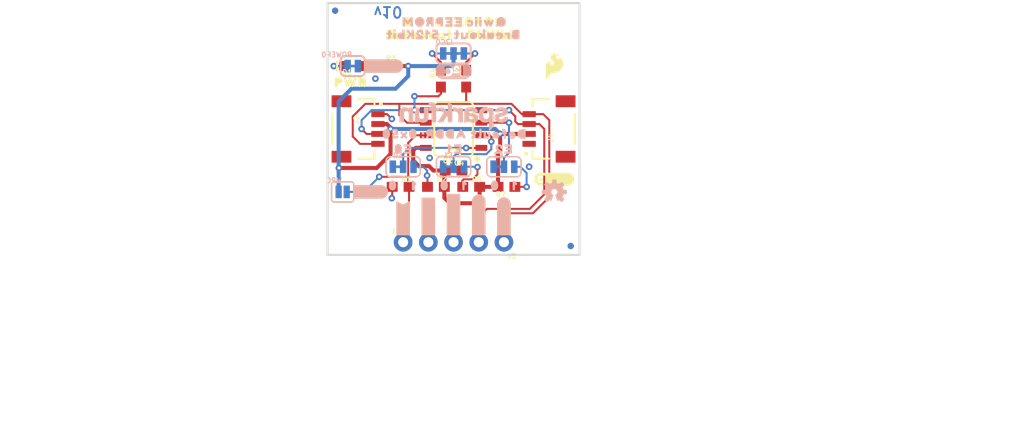
<source format=kicad_pcb>
(kicad_pcb (version 20211014) (generator pcbnew)
  (layers (0 "F.Cu" signal) (31 "B.Cu" signal) (34 "B.Paste" user) (35 "F.Paste" user) (36 "B.SilkS" user "B.Silkscreen") (37 "F.SilkS" user "F.Silkscreen") (38 "B.Mask" user) (39 "F.Mask" user) (44 "Edge.Cuts" user))
  (net 0 "")
  (net 1 "3.3V")
  (net 2 "GND")
  (net 3 "SCL")
  (net 4 "SDA")
  (net 5 "N$1")
  (net 6 "N$2")
  (net 7 "N$3")
  (net 8 "N$5")
  (net 9 "WP")
  (net 10 "N$7")
  (net 11 "N$8")
  (net 12 "N$9")
  (net 13 "N$6")
  (net 14 "N$4")
  (net 15 "N$10")
  (footprint "boardEagle:#WP#3" (layer "F.Cu") (at 143.4211 116.0526 90)
    (fp_text reference "U$1" hide)
    (fp_text value "" hide)
  )
  (footprint "boardEagle:JST04_1MM_RA" (layer "F.Cu") (at 156.1211 105.0036 90)
    (fp_text reference "J4" (at -1.397 2.159 90) (layer "F.SilkS") (effects (font (size 0.512064 0.512064) (thickness 0.097536)) (justify left)))
    (fp_text value "QWIIC_RA")
    (pad "1" smd roundrect (at -1.5 0 90) (size 0.6 1.35) (layers "F.Cu" "F.Paste" "F.Mask") (roundrect_rratio 0.08466666667) (net 2 "GND"))
    (pad "2" smd roundrect (at -0.5 0 90) (size 0.6 1.35) (layers "F.Cu" "F.Paste" "F.Mask") (roundrect_rratio 0.08466666667) (net 1 "3.3V"))
    (pad "3" smd roundrect (at 0.5 0 90) (size 0.6 1.35) (layers "F.Cu" "F.Paste" "F.Mask") (roundrect_rratio 0.08466666667) (net 4 "SDA"))
    (pad "4" smd roundrect (at 1.5 0 90) (size 0.6 1.35) (layers "F.Cu" "F.Paste" "F.Mask") (roundrect_rratio 0.08466666667) (net 3 "SCL"))
    (pad "NC1" smd roundrect (at 2.8 3.675 90) (size 1.2 2) (layers "F.Cu" "F.Paste" "F.Mask") (roundrect_rratio 0.04233333333))
    (pad "NC2" smd roundrect (at -2.8 3.675 90) (size 1.2 2) (layers "F.Cu" "F.Paste" "F.Mask") (roundrect_rratio 0.04233333333))
  )
  (footprint "boardEagle:#SCL#0" (layer "F.Cu") (at 153.5811 116.0526 90)
    (fp_text reference "U$30" hide)
    (fp_text value "" hide)
  )
  (footprint "boardEagle:#GND#0" (layer "F.Cu") (at 145.9611 116.0526 90)
    (fp_text reference "U$10" hide)
    (fp_text value "" hide)
  )
  (footprint "boardEagle:SFE_LOGO_FLAME_.1" (layer "F.Cu") (at 158.6611 98.6536)
    (fp_text reference "LOGO3" hide)
    (fp_text value "SFE_LOGO_FLAME.1_INCH" hide)
  )
  (footprint "boardEagle:QWIIC_4MM" (layer "F.Cu") (at 158.6611 110.0836)
    (fp_text reference "LOGO4" hide)
    (fp_text value "QWIIC_LOGO_4MM" hide)
  )
  (footprint "boardEagle:BREAKOUT_#_512KBIT0" (layer "F.Cu") (at 141.0081 95.4786)
    (fp_text reference "U$23" hide)
    (fp_text value "" hide)
  )
  (footprint "boardEagle:STAND-OFF" (layer "F.Cu") (at 158.6611 94.8436)
    (fp_text reference "JP4" hide)
    (fp_text value "STAND-OFF" hide)
    (pad "" np_thru_hole circle (at 0 0) (size 3.302 3.302) (drill 3.302) (layers *.Cu *.Mask))
  )
  (footprint "boardEagle:PWR0" (layer "F.Cu") (at 135.8011 100.3046)
    (fp_text reference "U$12" hide)
    (fp_text value "" hide)
  )
  (footprint "boardEagle:QWIIC_EEPROM0" (layer "F.Cu") (at 142.6591 94.2086)
    (fp_text reference "U$19" hide)
    (fp_text value "" hide)
  )
  (footprint "boardEagle:#SDA#0" (layer "F.Cu") (at 151.0411 116.0526 90)
    (fp_text reference "U$17" hide)
    (fp_text value "" hide)
  )
  (footprint "boardEagle:0603" (layer "F.Cu") (at 153.8351 110.8456 180)
    (fp_text reference "R7" (at 0 -0.762) (layer "F.SilkS") (effects (font (size 0.512064 0.512064) (thickness 0.097536)) (justify right)))
    (fp_text value "100k")
    (pad "1" smd roundrect (at -0.85 0 180) (size 1.1 1) (layers "F.Cu" "F.Paste" "F.Mask") (roundrect_rratio 0.0508) (net 11 "N$8"))
    (pad "2" smd roundrect (at 0.85 0 180) (size 1.1 1) (layers "F.Cu" "F.Paste" "F.Mask") (roundrect_rratio 0.0508) (net 1 "3.3V"))
  )
  (footprint "boardEagle:FIDUCIAL-MICRO" (layer "F.Cu") (at 160.3121 116.8146)
    (fp_text reference "JP2" hide)
    (fp_text value "FIDUCIALUFIDUCIAL" hide)
    (pad "1" smd roundrect (at 0 0) (size 0.635 0.635) (layers "F.Cu" "F.Mask") (roundrect_rratio 0.5))
  )
  (footprint "boardEagle:STAND-OFF" (layer "F.Cu") (at 158.6611 115.1636)
    (fp_text reference "JP8" hide)
    (fp_text value "STAND-OFF" hide)
    (pad "" np_thru_hole circle (at 0 0) (size 3.302 3.302) (drill 3.302) (layers *.Cu *.Mask))
  )
  (footprint "boardEagle:#3#3V#0" (layer "F.Cu") (at 148.5011 116.0526 90)
    (fp_text reference "U$15" hide)
    (fp_text value "" hide)
  )
  (footprint "boardEagle:0603" (layer "F.Cu") (at 150.2791 110.8456)
    (fp_text reference "R6" (at 0 -0.762) (layer "F.SilkS") (effects (font (size 0.512064 0.512064) (thickness 0.097536)) (justify left)))
    (fp_text value "100k")
    (pad "1" smd roundrect (at -0.85 0) (size 1.1 1) (layers "F.Cu" "F.Paste" "F.Mask") (roundrect_rratio 0.0508) (net 12 "N$9"))
    (pad "2" smd roundrect (at 0.85 0) (size 1.1 1) (layers "F.Cu" "F.Paste" "F.Mask") (roundrect_rratio 0.0508) (net 1 "3.3V"))
  )
  (footprint "boardEagle:JST04_1MM_RA" (layer "F.Cu") (at 140.8811 105.0036 -90)
    (fp_text reference "J2" (at -1.397 2.159 90) (layer "F.SilkS") (effects (font (size 0.512064 0.512064) (thickness 0.097536)) (justify right)))
    (fp_text value "QWIIC_RA")
    (pad "1" smd roundrect (at -1.5 0 270) (size 0.6 1.35) (layers "F.Cu" "F.Paste" "F.Mask") (roundrect_rratio 0.08466666667) (net 2 "GND"))
    (pad "2" smd roundrect (at -0.5 0 270) (size 0.6 1.35) (layers "F.Cu" "F.Paste" "F.Mask") (roundrect_rratio 0.08466666667) (net 1 "3.3V"))
    (pad "3" smd roundrect (at 0.5 0 270) (size 0.6 1.35) (layers "F.Cu" "F.Paste" "F.Mask") (roundrect_rratio 0.08466666667) (net 4 "SDA"))
    (pad "4" smd roundrect (at 1.5 0 270) (size 0.6 1.35) (layers "F.Cu" "F.Paste" "F.Mask") (roundrect_rratio 0.08466666667) (net 3 "SCL"))
    (pad "NC1" smd roundrect (at 2.8 3.675 270) (size 1.2 2) (layers "F.Cu" "F.Paste" "F.Mask") (roundrect_rratio 0.04233333333))
    (pad "NC2" smd roundrect (at -2.8 3.675 270) (size 1.2 2) (layers "F.Cu" "F.Paste" "F.Mask") (roundrect_rratio 0.04233333333))
  )
  (footprint "boardEagle:1X04_NO_SILK" (layer "F.Cu") (at 153.5811 116.4336 180)
    (fp_text reference "J5" (at -1.27 -1.397) (layer "F.SilkS") (effects (font (size 0.512064 0.512064) (thickness 0.097536)) (justify right)))
    (fp_text value "")
    (pad "1" thru_hole circle (at 0 0 270) (size 1.8796 1.8796) (drill 1.016) (layers *.Cu *.Mask) (net 3 "SCL"))
    (pad "2" thru_hole circle (at 2.54 0 270) (size 1.8796 1.8796) (drill 1.016) (layers *.Cu *.Mask) (net 4 "SDA"))
    (pad "3" thru_hole circle (at 5.08 0 270) (size 1.8796 1.8796) (drill 1.016) (layers *.Cu *.Mask) (net 1 "3.3V"))
    (pad "4" thru_hole circle (at 7.62 0 270) (size 1.8796 1.8796) (drill 1.016) (layers *.Cu *.Mask) (net 2 "GND"))
  )
  (footprint "boardEagle:CREATIVE_COMMONS" (layer "F.Cu") (at 123.1011 130.4036)
    (fp_text reference "FRAME1" hide)
    (fp_text value "FRAME-LETTER" hide)
  )
  (footprint "boardEagle:FIDUCIAL-MICRO" (layer "F.Cu") (at 136.5631 93.0656)
    (fp_text reference "JP6" hide)
    (fp_text value "FIDUCIALUFIDUCIAL" hide)
    (pad "1" smd roundrect (at 0 0) (size 0.635 0.635) (layers "F.Cu" "F.Mask") (roundrect_rratio 0.5))
  )
  (footprint "boardEagle:SO08" (layer "F.Cu") (at 148.5011 105.0036 90)
    (fp_text reference "U1" (at -3.175 0) (layer "F.SilkS") (effects (font (size 0.512064 0.512064) (thickness 0.097536)) (justify right)))
    (fp_text value "CAT24C51")
    (pad "1" smd roundrect (at -1.905 2.8 90) (size 0.6 1.2) (layers "F.Cu" "F.Paste" "F.Mask") (roundrect_rratio 0.08466666667) (net 13 "N$6"))
    (pad "2" smd roundrect (at -0.635 2.8 90) (size 0.6 1.2) (layers "F.Cu" "F.Paste" "F.Mask") (roundrect_rratio 0.08466666667) (net 8 "N$5"))
    (pad "3" smd roundrect (at 0.635 2.8 90) (size 0.6 1.2) (layers "F.Cu" "F.Paste" "F.Mask") (roundrect_rratio 0.08466666667) (net 14 "N$4"))
    (pad "4" smd roundrect (at 1.905 2.8 90) (size 0.6 1.2) (layers "F.Cu" "F.Paste" "F.Mask") (roundrect_rratio 0.08466666667) (net 2 "GND"))
    (pad "5" smd roundrect (at 1.905 -2.8 90) (size 0.6 1.2) (layers "F.Cu" "F.Paste" "F.Mask") (roundrect_rratio 0.08466666667) (net 4 "SDA"))
    (pad "6" smd roundrect (at 0.635 -2.8 90) (size 0.6 1.2) (layers "F.Cu" "F.Paste" "F.Mask") (roundrect_rratio 0.08466666667) (net 3 "SCL"))
    (pad "7" smd roundrect (at -0.635 -2.8 90) (size 0.6 1.2) (layers "F.Cu" "F.Paste" "F.Mask") (roundrect_rratio 0.08466666667) (net 9 "WP"))
    (pad "8" smd roundrect (at -1.905 -2.8 90) (size 0.6 1.2) (layers "F.Cu" "F.Paste" "F.Mask") (roundrect_rratio 0.08466666667) (net 1 "3.3V"))
  )
  (footprint "boardEagle:LED-0603" (layer "F.Cu") (at 138.3411 98.6536 180)
    (fp_text reference "D1" (at 0 -0.635) (layer "F.SilkS") (effects (font (size 0.512064 0.512064) (thickness 0.097536)) (justify right)))
    (fp_text value "RED")
    (pad "A" smd roundrect (at -0.877 0 90) (size 1 1) (layers "F.Cu" "F.Paste" "F.Mask") (roundrect_rratio 0.15) (net 7 "N$3"))
    (pad "C" smd roundrect (at 0.877 0 90) (size 1 1) (layers "F.Cu" "F.Paste" "F.Mask") (roundrect_rratio 0.15) (net 15 "N$10"))
  )
  (footprint "boardEagle:0603" (layer "F.Cu") (at 141.6431 98.6536)
    (fp_text reference "R3" (at 0 -0.762) (layer "F.SilkS") (effects (font (size 0.512064 0.512064) (thickness 0.097536)) (justify left)))
    (fp_text value "1k")
    (pad "1" smd roundrect (at -0.85 0) (size 1.1 1) (layers "F.Cu" "F.Paste" "F.Mask") (roundrect_rratio 0.0508) (net 7 "N$3"))
    (pad "2" smd roundrect (at 0.85 0) (size 1.1 1) (layers "F.Cu" "F.Paste" "F.Mask") (roundrect_rratio 0.0508) (net 1 "3.3V"))
  )
  (footprint "boardEagle:0603" (layer "F.Cu") (at 149.7711 99.9236 90)
    (fp_text reference "R5" (at 0 -0.762 90) (layer "F.SilkS") (effects (font (size 0.512064 0.512064) (thickness 0.097536)) (justify left)))
    (fp_text value "4.7k")
    (pad "1" smd roundrect (at -0.85 0 90) (size 1.1 1) (layers "F.Cu" "F.Paste" "F.Mask") (roundrect_rratio 0.0508) (net 3 "SCL"))
    (pad "2" smd roundrect (at 0.85 0 90) (size 1.1 1) (layers "F.Cu" "F.Paste" "F.Mask") (roundrect_rratio 0.0508) (net 5 "N$1"))
  )
  (footprint "boardEagle:STAND-OFF" (layer "F.Cu") (at 138.3411 94.8436)
    (fp_text reference "JP3" hide)
    (fp_text value "STAND-OFF" hide)
    (pad "" np_thru_hole circle (at 0 0) (size 3.302 3.302) (drill 3.302) (layers *.Cu *.Mask))
  )
  (footprint "boardEagle:STAND-OFF" (layer "F.Cu") (at 138.3411 115.1636)
    (fp_text reference "JP7" hide)
    (fp_text value "STAND-OFF" hide)
    (pad "" np_thru_hole circle (at 0 0) (size 3.302 3.302) (drill 3.302) (layers *.Cu *.Mask))
  )
  (footprint "boardEagle:0603" (layer "F.Cu") (at 148.5011 109.1946)
    (fp_text reference "C4" (at 0 -0.762) (layer "F.SilkS") (effects (font (size 0.512064 0.512064) (thickness 0.097536)) (justify left)))
    (fp_text value "0.1uF")
    (pad "1" smd roundrect (at -0.85 0) (size 1.1 1) (layers "F.Cu" "F.Paste" "F.Mask") (roundrect_rratio 0.0508) (net 1 "3.3V"))
    (pad "2" smd roundrect (at 0.85 0) (size 1.1 1) (layers "F.Cu" "F.Paste" "F.Mask") (roundrect_rratio 0.0508) (net 2 "GND"))
  )
  (footprint "boardEagle:1X01_NO_SILK" (layer "F.Cu") (at 143.4211 116.4336)
    (fp_text reference "J1" (at -1.27 -1.143) (layer "F.SilkS") (effects (font (size 0.512064 0.512064) (thickness 0.097536)) (justify left)))
    (fp_text value "")
    (pad "1" thru_hole circle (at 0 0 90) (size 1.8796 1.8796) (drill 1.016) (layers *.Cu *.Mask) (net 9 "WP"))
  )
  (footprint "boardEagle:0603" (layer "F.Cu") (at 143.1671 110.8456)
    (fp_text reference "R1" (at 0 -0.762) (layer "F.SilkS") (effects (font (size 0.512064 0.512064) (thickness 0.097536)) (justify left)))
    (fp_text value "100k")
    (pad "1" smd roundrect (at -0.85 0) (size 1.1 1) (layers "F.Cu" "F.Paste" "F.Mask") (roundrect_rratio 0.0508) (net 2 "GND"))
    (pad "2" smd roundrect (at 0.85 0) (size 1.1 1) (layers "F.Cu" "F.Paste" "F.Mask") (roundrect_rratio 0.0508) (net 9 "WP"))
  )
  (footprint "boardEagle:0603" (layer "F.Cu") (at 147.2311 99.9236 90)
    (fp_text reference "R4" (at 0 -0.762 90) (layer "F.SilkS") (effects (font (size 0.512064 0.512064) (thickness 0.097536)) (justify left)))
    (fp_text value "4.7k")
    (pad "1" smd roundrect (at -0.85 0 90) (size 1.1 1) (layers "F.Cu" "F.Paste" "F.Mask") (roundrect_rratio 0.0508) (net 4 "SDA"))
    (pad "2" smd roundrect (at 0.85 0 90) (size 1.1 1) (layers "F.Cu" "F.Paste" "F.Mask") (roundrect_rratio 0.0508) (net 6 "N$2"))
  )
  (footprint "boardEagle:0603" (layer "F.Cu") (at 146.7231 110.8456)
    (fp_text reference "R2" (at 0 -0.762) (layer "F.SilkS") (effects (font (size 0.512064 0.512064) (thickness 0.097536)) (justify left)))
    (fp_text value "100k")
    (pad "1" smd roundrect (at -0.85 0) (size 1.1 1) (layers "F.Cu" "F.Paste" "F.Mask") (roundrect_rratio 0.0508) (net 10 "N$7"))
    (pad "2" smd roundrect (at 0.85 0) (size 1.1 1) (layers "F.Cu" "F.Paste" "F.Mask") (roundrect_rratio 0.0508) (net 1 "3.3V"))
  )
  (footprint "boardEagle:#GND#0" (layer "B.Cu") (at 145.9611 116.0526 90)
    (fp_text reference "U$14" hide)
    (fp_text value "" hide)
  )
  (footprint "boardEagle:SFE_LOGO_NAME_.1" (layer "B.Cu") (at 148.5011 103.7336 180)
    (fp_text reference "LOGO2" hide)
    (fp_text value "SFE_LOGO_NAME.1_INCH" hide)
  )
  (footprint "boardEagle:SMT-JUMPER_2_NO_SILK" (layer "B.Cu") (at 137.3251 111.3536 180)
    (fp_text reference "WP0" (at 0 1.143) (layer "B.SilkS") (effects (font (size 0.512064 0.512064) (thickness 0.097536)) (justify left mirror)))
    (fp_text value "JUMPER-SMT_2_NO_SILK")
    (pad "1" smd roundrect (at -0.4064 0 180) (size 0.635 1.27) (layers "B.Cu" "B.Mask") (roundrect_rratio 0.08) (net 9 "WP"))
    (pad "2" smd roundrect (at 0.4064 0 180) (size 0.635 1.27) (layers "B.Cu" "B.Mask") (roundrect_rratio 0.08) (net 1 "3.3V"))
  )
  (footprint "boardEagle:BREAKOUT_#_512KBIT0" (layer "B.Cu") (at 155.8671 95.4786 180)
    (fp_text reference "U$24" hide)
    (fp_text value "" hide)
  )
  (footprint "boardEagle:SMT-JUMPER_3_1-NC_TRACE_SILK" (layer "B.Cu") (at 153.5811 108.8136 180)
    (fp_text reference "E2" (at 0 1.143) (layer "B.SilkS") (effects (font (size 0.512064 0.512064) (thickness 0.097536)) (justify left mirror)))
    (fp_text value "JUMPER-SMT_3_1-NC_TRACE_SILK")
    (fp_poly (pts (xy 0.7112 -0.13335) (xy -0.19685 -0.13335) (xy -0.19685 0.13335) (xy 0.7112 0.13335)) (layer "B.Cu") (width 0) (fill solid))
    (pad "1" smd roundrect (at -1.0414 0 180) (size 0.6604 1.27) (layers "B.Cu" "B.Mask") (roundrect_rratio 0.07692307692) (net 11 "N$8"))
    (pad "2" smd roundrect (at 0 0 180) (size 0.6604 1.27) (layers "B.Cu" "B.Mask") (roundrect_rratio 0.07692307692) (net 14 "N$4"))
    (pad "3" smd roundrect (at 1.0414 0 180) (size 0.6604 1.27) (layers "B.Cu" "B.Mask") (roundrect_rratio 0.07692307692) (net 2 "GND"))
  )
  (footprint "boardEagle:10" (layer "B.Cu") (at 155.6131 110.7186 180)
    (fp_text reference "U$13" hide)
    (fp_text value "" hide)
  )
  (footprint "boardEagle:00" (layer "B.Cu") (at 148.6281 110.7186 180)
    (fp_text reference "U$8" hide)
    (fp_text value "" hide)
  )
  (footprint "boardEagle:SMT-JUMPER_3_2-NC_TRACE_SILK" (layer "B.Cu") (at 148.5011 97.3836 180)
    (fp_text reference "I2C0" (at 0 1.143) (layer "B.SilkS") (effects (font (size 0.512064 0.512064) (thickness 0.097536)) (justify left mirror)))
    (fp_text value "JUMPER-SMT_3_2-NC_TRACE_SILK")
    (fp_poly (pts (xy 0.7112 -0.13335) (xy -0.7112 -0.13335) (xy -0.7112 0.13335) (xy 0.7112 0.13335)) (layer "B.Cu") (width 0) (fill solid))
    (pad "1" smd roundrect (at -1.0414 0 180) (size 0.6604 1.27) (layers "B.Cu" "B.Mask") (roundrect_rratio 0.07692307692) (net 5 "N$1"))
    (pad "2" smd roundrect (at 0 0 180) (size 0.6604 1.27) (layers "B.Cu" "B.Mask") (roundrect_rratio 0.07692307692) (net 1 "3.3V"))
    (pad "3" smd roundrect (at 1.0414 0 180) (size 0.6604 1.27) (layers "B.Cu" "B.Mask") (roundrect_rratio 0.07692307692) (net 6 "N$2"))
  )
  (footprint "boardEagle:(I_SUPER2_C)" (layer "B.Cu") (at 150.4061 99.1616 180)
    (fp_text reference "U$11" hide)
    (fp_text value "" hide)
  )
  (footprint "boardEagle:SMT-JUMPER_3_1-NC_TRACE_SILK" (layer "B.Cu") (at 148.5011 108.8136 180)
    (fp_text reference "E1" (at 0 1.143) (layer "B.SilkS") (effects (font (size 0.512064 0.512064) (thickness 0.097536)) (justify left mirror)))
    (fp_text value "JUMPER-SMT_3_1-NC_TRACE_SILK")
    (fp_poly (pts (xy 0.7112 -0.13335) (xy -0.19685 -0.13335) (xy -0.19685 0.13335) (xy 0.7112 0.13335)) (layer "B.Cu") (width 0) (fill solid))
    (pad "1" smd roundrect (at -1.0414 0 180) (size 0.6604 1.27) (layers "B.Cu" "B.Mask") (roundrect_rratio 0.07692307692) (net 12 "N$9"))
    (pad "2" smd roundrect (at 0 0 180) (size 0.6604 1.27) (layers "B.Cu" "B.Mask") (roundrect_rratio 0.07692307692) (net 8 "N$5"))
    (pad "3" smd roundrect (at 1.0414 0 180) (size 0.6604 1.27) (layers "B.Cu" "B.Mask") (roundrect_rratio 0.07692307692) (net 2 "GND"))
  )
  (footprint "boardEagle:00" (layer "B.Cu") (at 153.7081 110.7186 180)
    (fp_text reference "U$9" hide)
    (fp_text value "" hide)
  )
  (footprint "boardEagle:#WP#3" (layer "B.Cu") (at 143.4211 116.0526 90)
    (fp_text reference "U$2" hide)
    (fp_text value "" hide)
  )
  (footprint "boardEagle:E20" (layer "B.Cu") (at 155.1051 107.0356 180)
    (fp_text reference "U$6" hide)
    (fp_text value "" hide)
  )
  (footprint "boardEagle:00" (layer "B.Cu") (at 143.4211 110.7186 180)
    (fp_text reference "U$7" hide)
    (fp_text value "" hide)
  )
  (footprint "boardEagle:FIDUCIAL-MICRO" (layer "B.Cu") (at 160.3121 116.8146 180)
    (fp_text reference "JP5" hide)
    (fp_text value "FIDUCIALUFIDUCIAL" hide)
    (pad "1" smd roundrect (at 0 0 180) (size 0.635 0.635) (layers "B.Cu" "B.Mask") (roundrect_rratio 0.5))
  )
  (footprint "boardEagle:QWIIC_EEPROM0" (layer "B.Cu") (at 154.4701 94.2086 180)
    (fp_text reference "U$20" hide)
    (fp_text value "" hide)
  )
  (footprint "boardEagle:10" (layer "B.Cu") (at 145.4531 110.7186 180)
    (fp_text reference "U$22" hide)
    (fp_text value "" hide)
  )
  (footprint "boardEagle:#LED#2" (layer "B.Cu") (at 143.4211 98.6536 180)
    (fp_text reference "U$18" hide)
    (fp_text value "" hide)
  )
  (footprint "boardEagle:OSHW-LOGO-MINI" (layer "B.Cu") (at 158.6611 111.3536 180)
    (fp_text reference "LOGO1" hide)
    (fp_text value "OSHW-LOGOMINI" hide)
  )
  (footprint "boardEagle:SMT-JUMPER_2_NC_TRACE_SILK" (layer "B.Cu") (at 138.3411 98.6536 180)
    (fp_text reference "POWER0" (at 0 1.143) (layer "B.SilkS") (effects (font (size 0.512064 0.512064) (thickness 0.097536)) (justify left mirror)))
    (fp_text value "JUMPER-SMT_2_NC_TRACE_SILK")
    (fp_poly (pts (xy 0.1905 -0.13335) (xy -0.70485 -0.13335) (xy -0.70485 0.13335) (xy 0.1905 0.13335)) (layer "B.Cu") (width 0) (fill solid))
    (pad "1" smd roundrect (at -0.5207 0 180) (size 0.6604 1.27) (layers "B.Cu" "B.Mask") (roundrect_rratio 0.07692307692) (net 2 "GND"))
    (pad "2" smd roundrect (at 0.5207 0 180) (size 0.6604 1.27) (layers "B.Cu" "B.Mask") (roundrect_rratio 0.07692307692) (net 15 "N$10"))
  )
  (footprint "boardEagle:SMT-JUMPER_3_1-NC_TRACE_SILK" (layer "B.Cu") (at 143.4211 108.8136 180)
    (fp_text reference "E0" (at 0 1.143) (layer "B.SilkS") (effects (font (size 0.512064 0.512064) (thickness 0.097536)) (justify left mirror)))
    (fp_text value "JUMPER-SMT_3_1-NC_TRACE_SILK")
    (fp_poly (pts (xy 0.7112 -0.13335) (xy -0.19685 -0.13335) (xy -0.19685 0.13335) (xy 0.7112 0.13335)) (layer "B.Cu") (width 0) (fill solid))
    (pad "1" smd roundrect (at -1.0414 0 180) (size 0.6604 1.27) (layers "B.Cu" "B.Mask") (roundrect_rratio 0.07692307692) (net 10 "N$7"))
    (pad "2" smd roundrect (at 0 0 180) (size 0.6604 1.27) (layers "B.Cu" "B.Mask") (roundrect_rratio 0.07692307692) (net 13 "N$6"))
    (pad "3" smd roundrect (at 1.0414 0 180) (size 0.6604 1.27) (layers "B.Cu" "B.Mask") (roundrect_rratio 0.07692307692) (net 2 "GND"))
  )
  (footprint "boardEagle:FIDUCIAL-MICRO" (layer "B.Cu") (at 136.5631 93.0656 180)
    (fp_text reference "JP1" hide)
    (fp_text value "FIDUCIALUFIDUCIAL" hide)
    (pad "1" smd roundrect (at 0 0 180) (size 0.635 0.635) (layers "B.Cu" "B.Mask") (roundrect_rratio 0.5))
  )
  (footprint "boardEagle:E00" (layer "B.Cu") (at 144.9451 107.0356 180)
    (fp_text reference "U$4" hide)
    (fp_text value "" hide)
  )
  (footprint "boardEagle:10" (layer "B.Cu") (at 150.5331 110.7186 180)
    (fp_text reference "U$21" hide)
    (fp_text value "" hide)
  )
  (footprint "boardEagle:#SDA#0" (layer "B.Cu") (at 151.0411 116.0526 90)
    (fp_text reference "U$29" hide)
    (fp_text value "" hide)
  )
  (footprint "boardEagle:#WP#0" (layer "B.Cu") (at 141.8971 111.3536 180)
    (fp_text reference "U$3" hide)
    (fp_text value "" hide)
  )
  (footprint "boardEagle:E10" (layer "B.Cu") (at 150.0251 107.0356 180)
    (fp_text reference "U$5" hide)
    (fp_text value "" hide)
  )
  (footprint "boardEagle:DEFAULT_ADDR#_0X500" (layer "B.Cu") (at 156.5021 105.5116 180)
    (fp_text reference "U$25" hide)
    (fp_text value "" hide)
  )
  (footprint "boardEagle:#SCL#0" (layer "B.Cu") (at 153.5811 116.0526 90)
    (fp_text reference "U$31" hide)
    (fp_text value "" hide)
  )
  (footprint "boardEagle:#3#3V#0" (layer "B.Cu") (at 148.5011 116.0526 90)
    (fp_text reference "U$16" hide)
    (fp_text value "" hide)
  )
  (gr_line (start 161.2011 117.7036) (end 135.8011 117.7036) (layer "Edge.Cuts") (width 0.2032))
  (gr_line (start 161.2011 92.3036) (end 161.2011 117.7036) (layer "Edge.Cuts") (width 0.2032))
  (gr_line (start 135.8011 92.3036) (end 161.2011 92.3036) (layer "Edge.Cuts") (width 0.2032))
  (gr_line (start 135.8011 117.7036) (end 135.8011 92.3036) (layer "Edge.Cuts") (width 0.2032))
  (gr_text "v10" (at 141.8971 93.1926 -180) (layer "B.Cu") (effects (font (size 1.0795 1.0795) (thickness 0.1905)) (justify mirror)))
  (segment (start 153.2001 107.2016) (end 152.9851 107.4166) (width 0.4064) (layer "F.Cu") (net 1))
  (segment (start 142.1511 107.5436) (end 140.7541 108.9406) (width 0.4064) (layer "F.Cu") (net 1))
  (segment (start 144.6911 106.9086) (end 144.4371 107.1626) (width 0.4064) (layer "F.Cu") (net 1))
  (segment (start 151.1291 110.8456) (end 151.1291 111.9886) (width 0.4064) (layer "F.Cu") (net 1))
  (segment (start 148.1201 112.4966) (end 148.5011 112.4966) (width 0.4064) (layer "F.Cu") (net 1))
  (segment (start 140.7541 108.9406) (end 136.9441 108.9406) (width 0.4064) (layer "F.Cu") (net 1))
  (segment (start 152.9851 107.4166) (end 152.9851 110.8456) (width 0.4064) (layer "F.Cu") (net 1))
  (segment (start 146.0246 108.7501) (end 145.0086 108.7501) (width 0.4064) (layer "F.Cu") (net 1))
  (segment (start 143.9291 98.6536) (end 142.4931 98.6536) (width 0.4064) (layer "F.Cu") (net 1))
  (segment (start 147.6511 109.1946) (end 146.4691 109.1946) (width 0.4064) (layer "F.Cu") (net 1))
  (segment (start 147.5731 110.8456) (end 147.5731 111.9496) (width 0.4064) (layer "F.Cu") (net 1))
  (segment (start 153.2001 105.5036) (end 153.2001 107.2016) (width 0.4064) (layer "F.Cu") (net 1))
  (segment (start 146.4691 109.1946) (end 146.0246 108.7501) (width 0.4064) (layer "F.Cu") (net 1))
  (segment (start 141.7781 104.5036) (end 142.1511 104.8766) (width 0.4064) (layer "F.Cu") (net 1))
  (segment (start 151.1291 111.9886) (end 150.6211 112.4966) (width 0.4064) (layer "F.Cu") (net 1))
  (segment (start 156.1211 105.5036) (end 153.2001 105.5036) (width 0.4064) (layer "F.Cu") (net 1))
  (segment (start 147.5731 110.8456) (end 147.5731 109.2726) (width 0.4064) (layer "F.Cu") (net 1))
  (segment (start 148.5011 112.4966) (end 150.6211 112.4966) (width 0.4064) (layer "F.Cu") (net 1))
  (segment (start 144.4371 107.1626) (end 144.4371 108.1786) (width 0.4064) (layer "F.Cu") (net 1))
  (segment (start 145.0086 108.7501) (end 144.4371 108.1786) (width 0.4064) (layer "F.Cu") (net 1))
  (segment (start 140.8811 104.5036) (end 141.7781 104.5036) (width 0.4064) (layer "F.Cu") (net 1))
  (segment (start 142.1511 105.0036) (end 142.1511 107.5436) (width 0.4064) (layer "F.Cu") (net 1))
  (segment (start 145.7011 106.9086) (end 144.6911 106.9086) (width 0.4064) (layer "F.Cu") (net 1))
  (segment (start 147.5731 109.2726) (end 147.6511 109.1946) (width 0.2032) (layer "F.Cu") (net 1))
  (segment (start 152.9851 110.8456) (end 151.1291 110.8456) (width 0.4064) (layer "F.Cu") (net 1))
  (segment (start 142.1511 104.8766) (end 142.1511 105.0036) (width 0.2032) (layer "F.Cu") (net 1))
  (segment (start 147.5731 111.9496) (end 148.1201 112.4966) (width 0.4064) (layer "F.Cu") (net 1))
  (segment (start 148.5011 116.4336) (end 148.5011 112.4966) (width 0.4064) (layer "F.Cu") (net 1))
  (via (at 143.9291 98.6536) (size 0.6604) (drill 0.3048) (layers "F.Cu" "B.Cu") (net 1))
  (via (at 153.2001 105.5036) (size 0.6604) (drill 0.3048) (layers "F.Cu" "B.Cu") (net 1))
  (via (at 142.1511 105.0036) (size 0.6604) (drill 0.3048) (layers "F.Cu" "B.Cu") (net 1))
  (via (at 136.9441 108.9406) (size 0.6604) (drill 0.3048) (layers "F.Cu" "B.Cu") (net 1))
  (segment (start 142.6591 100.9396) (end 138.2141 100.9396) (width 0.4064) (layer "B.Cu") (net 1))
  (segment (start 152.7001 105.0036) (end 153.2001 105.5036) (width 0.4064) (layer "B.Cu") (net 1))
  (segment (start 136.9441 108.9406) (end 136.9187 108.9406) (width 0.2032) (layer "B.Cu") (net 1))
  (segment (start 148.5011 98.3996) (end 148.2471 98.6536) (width 0.4064) (layer "B.Cu") (net 1))
  (segment (start 143.9291 98.6536) (end 143.9291 99.6696) (width 0.4064) (layer "B.Cu") (net 1))
  (segment (start 136.9187 102.235) (end 136.9187 108.9406) (width 0.4064) (layer "B.Cu") (net 1))
  (segment (start 136.9187 111.3536) (end 136.9187 108.9406) (width 0.4064) (layer "B.Cu") (net 1))
  (segment (start 148.5011 97.3836) (end 148.5011 98.3996) (width 0.4064) (layer "B.Cu") (net 1))
  (segment (start 148.2471 98.6536) (end 143.9291 98.6536) (width 0.4064) (layer "B.Cu") (net 1))
  (segment (start 143.9291 99.6696) (end 142.6591 100.9396) (width 0.4064) (layer "B.Cu") (net 1))
  (segment (start 138.2141 100.9396) (end 136.9187 102.235) (width 0.4064) (layer "B.Cu") (net 1))
  (segment (start 142.1511 105.0036) (end 152.7001 105.0036) (width 0.4064) (layer "B.Cu") (net 1))
  (segment (start 141.7941 103.5036) (end 142.2781 103.9876) (width 0.2032) (layer "F.Cu") (net 2))
  (segment (start 142.3171 111.9496) (end 142.2781 111.9886) (width 0.2032) (layer "F.Cu") (net 2))
  (segment (start 142.3171 110.8456) (end 142.3171 111.9496) (width 0.2032) (layer "F.Cu") (net 2))
  (segment (start 140.8811 103.5036) (end 141.7941 103.5036) (width 0.2032) (layer "F.Cu") (net 2))
  (via (at 156.1211 108.8136) (size 0.6604) (drill 0.3048) (layers "F.Cu" "B.Cu") (net 2))
  (via (at 146.0881 107.9246) (size 0.6604) (drill 0.3048) (layers "F.Cu" "B.Cu") (net 2))
  (via (at 140.6271 99.9236) (size 0.6604) (drill 0.3048) (layers "F.Cu" "B.Cu") (net 2))
  (via (at 142.2781 103.9876) (size 0.6604) (drill 0.3048) (layers "F.Cu" "B.Cu") (net 2))
  (via (at 142.2781 111.9886) (size 0.6604) (drill 0.3048) (layers "F.Cu" "B.Cu") (net 2))
  (segment (start 145.7011 104.3686) (end 143.8021 104.3686) (width 0.2032) (layer "F.Cu") (net 3))
  (segment (start 156.5021 113.5126) (end 158.1531 111.8616) (width 0.2032) (layer "F.Cu") (net 3))
  (segment (start 139.6111 102.4636) (end 138.3411 103.7336) (width 0.2032) (layer "F.Cu") (net 3))
  (segment (start 157.5421 103.5036) (end 158.1531 104.1146) (width 0.2032) (layer "F.Cu") (net 3))
  (segment (start 156.1211 103.5036) (end 155.3831 103.5036) (width 0.2032) (layer "F.Cu") (net 3))
  (segment (start 149.7711 100.7736) (end 149.7711 102.4636) (width 0.2032) (layer "F.Cu") (net 3))
  (segment (start 143.8021 104.3686) (end 143.0401 103.6066) (width 0.2032) (layer "F.Cu") (net 3))
  (segment (start 154.2161 113.5126) (end 156.5021 113.5126) (width 0.2032) (layer "F.Cu") (net 3))
  (segment (start 140.8811 106.5036) (end 139.0791 106.5036) (width 0.2032) (layer "F.Cu") (net 3))
  (segment (start 154.3431 102.4636) (end 149.7711 102.4636) (width 0.2032) (layer "F.Cu") (net 3))
  (segment (start 153.5811 116.4336) (end 153.5811 114.1476) (width 0.2032) (layer "F.Cu") (net 3))
  (segment (start 153.5811 114.1476) (end 154.2161 113.5126) (width 0.2032) (layer "F.Cu") (net 3))
  (segment (start 158.1531 104.1146) (end 158.1531 111.8616) (width 0.2032) (layer "F.Cu") (net 3))
  (segment (start 155.3831 103.5036) (end 154.3431 102.4636) (width 0.2032) (layer "F.Cu") (net 3))
  (segment (start 156.1211 103.5036) (end 157.5421 103.5036) (width 0.2032) (layer "F.Cu") (net 3))
  (segment (start 149.7711 102.4636) (end 143.0401 102.4636) (width 0.2032) (layer "F.Cu") (net 3))
  (segment (start 143.0401 103.6066) (end 143.0401 102.4636) (width 0.2032) (layer "F.Cu") (net 3))
  (segment (start 138.3411 105.7656) (end 139.0791 106.5036) (width 0.2032) (layer "F.Cu") (net 3))
  (segment (start 138.3411 103.7336) (end 138.3411 105.7656) (width 0.2032) (layer "F.Cu") (net 3))
  (segment (start 143.0401 102.4636) (end 139.6111 102.4636) (width 0.2032) (layer "F.Cu") (net 3))
  (segment (start 147.2311 101.4476) (end 146.9771 101.7016) (width 0.2032) (layer "F.Cu") (net 4))
  (segment (start 144.5641 101.7016) (end 146.9771 101.7016) (width 0.2032) (layer "F.Cu") (net 4))
  (segment (start 156.1846 113.0681) (end 157.6451 111.6076) (width 0.2032) (layer "F.Cu") (net 4))
  (segment (start 147.2311 100.7736) (end 147.2311 101.4476) (width 0.2032) (layer "F.Cu") (net 4))
  (segment (start 140.8811 105.5036) (end 139.7301 105.5036) (width 0.2032) (layer "F.Cu") (net 4))
  (segment (start 139.7301 105.5036) (end 139.2301 105.0036) (width 0.2032) (layer "F.Cu") (net 4))
  (segment (start 154.9861 104.5036) (end 154.7241 104.2416) (width 0.2032) (layer "F.Cu") (net 4))
  (segment (start 151.0411 116.4336) (end 151.0411 113.8936) (width 0.2032) (layer "F.Cu") (net 4))
  (segment (start 145.7011 103.0986) (end 144.5641 103.0986) (width 0.2032) (layer "F.Cu") (net 4))
  (segment (start 154.7241 103.7336) (end 154.7241 104.2416) (width 0.2032) (layer "F.Cu") (net 4))
  (segment (start 156.1211 104.5036) (end 157.1451 104.5036) (width 0.2032) (layer "F.Cu") (net 4))
  (segment (start 151.0411 113.8936) (end 151.8666 113.0681) (width 0.2032) (layer "F.Cu") (net 4))
  (segment (start 154.7241 103.7336) (end 154.0891 103.0986) (width 0.2032) (layer "F.Cu") (net 4))
  (segment (start 151.8666 113.0681) (end 156.1846 113.0681) (width 0.2032) (layer "F.Cu") (net 4))
  (segment (start 157.1451 104.5036) (end 157.6451 105.0036) (width 0.2032) (layer "F.Cu") (net 4))
  (segment (start 156.1211 104.5036) (end 154.9861 104.5036) (width 0.2032) (layer "F.Cu") (net 4))
  (segment (start 157.6451 111.6076) (end 157.6451 105.0036) (width 0.2032) (layer "F.Cu") (net 4))
  (via (at 139.2301 105.0036) (size 0.6604) (drill 0.3048) (layers "F.Cu" "B.Cu") (net 4))
  (via (at 154.0891 103.0986) (size 0.6604) (drill 0.3048) (layers "F.Cu" "B.Cu") (net 4))
  (via (at 144.5641 103.0986) (size 0.6604) (drill 0.3048) (layers "F.Cu" "B.Cu") (net 4))
  (via (at 144.5641 101.7016) (size 0.6604) (drill 0.3048) (layers "F.Cu" "B.Cu") (net 4))
  (segment (start 144.5641 103.0986) (end 140.2461 103.0986) (width 0.2032) (layer "B.Cu") (net 4))
  (segment (start 139.2301 105.0036) (end 139.2301 104.1146) (width 0.2032) (layer "B.Cu") (net 4))
  (segment (start 144.5641 103.0986) (end 144.5641 101.7016) (width 0.2032) (layer "B.Cu") (net 4))
  (segment (start 154.0891 103.0986) (end 144.5641 103.0986) (width 0.2032) (layer "B.Cu") (net 4))
  (segment (start 140.2461 103.0986) (end 139.2301 104.1146) (width 0.2032) (layer "B.Cu") (net 4))
  (segment (start 149.7711 99.0736) (end 149.7711 98.2726) (width 0.2032) (layer "F.Cu") (net 5))
  (segment (start 149.7711 98.2726) (end 150.6601 97.3836) (width 0.2032) (layer "F.Cu") (net 5))
  (via (at 150.6601 97.3836) (size 0.6604) (drill 0.3048) (layers "F.Cu" "B.Cu") (net 5))
  (segment (start 150.6601 97.3836) (end 149.5425 97.3836) (width 0.2032) (layer "B.Cu") (net 5))
  (segment (start 147.2311 98.2726) (end 146.3421 97.3836) (width 0.2032) (layer "F.Cu") (net 6))
  (segment (start 147.2311 99.0736) (end 147.2311 98.2726) (width 0.2032) (layer "F.Cu") (net 6))
  (via (at 146.3421 97.3836) (size 0.6604) (drill 0.3048) (layers "F.Cu" "B.Cu") (net 6))
  (segment (start 146.3421 97.3836) (end 147.4597 97.3836) (width 0.2032) (layer "B.Cu") (net 6))
  (segment (start 139.2181 98.6536) (end 140.7931 98.6536) (width 0.2032) (layer "F.Cu") (net 7))
  (segment (start 152.3111 105.801213) (end 152.3111 106.2736) (width 0.2032) (layer "F.Cu") (net 8))
  (segment (start 152.148487 105.6386) (end 152.3111 105.801213) (width 0.2032) (layer "F.Cu") (net 8))
  (segment (start 151.3011 105.6386) (end 152.148487 105.6386) (width 0.2032) (layer "F.Cu") (net 8))
  (via (at 152.3111 106.2736) (size 0.6604) (drill 0.3048) (layers "F.Cu" "B.Cu") (net 8))
  (segment (start 151.8031 107.5436) (end 148.7551 107.5436) (width 0.2032) (layer "B.Cu") (net 8))
  (segment (start 148.5011 107.7976) (end 148.5011 108.8136) (width 0.2032) (layer "B.Cu") (net 8))
  (segment (start 152.3111 107.0356) (end 151.8031 107.5436) (width 0.2032) (layer "B.Cu") (net 8))
  (segment (start 148.7551 107.5436) (end 148.5011 107.7976) (width 0.2032) (layer "B.Cu") (net 8))
  (segment (start 152.3111 106.2736) (end 152.3111 107.0356) (width 0.2032) (layer "B.Cu") (net 8))
  (segment (start 144.0171 110.8456) (end 144.0171 112.9166) (width 0.2032) (layer "F.Cu") (net 9))
  (segment (start 145.7011 105.6386) (end 144.6911 105.6386) (width 0.2032) (layer "F.Cu") (net 9))
  (segment (start 143.9291 106.4006) (end 143.9291 109.8296) (width 0.2032) (layer "F.Cu") (net 9))
  (segment (start 143.9291 110.7576) (end 143.9291 109.8296) (width 0.2032) (layer "F.Cu") (net 9))
  (segment (start 144.6911 105.6386) (end 143.9291 106.4006) (width 0.2032) (layer "F.Cu") (net 9))
  (segment (start 143.9291 109.8296) (end 141.0081 109.8296) (width 0.2032) (layer "F.Cu") (net 9))
  (segment (start 144.0171 112.9166) (end 143.4211 113.5126) (width 0.2032) (layer "F.Cu") (net 9))
  (segment (start 143.4211 113.5126) (end 143.4211 116.4336) (width 0.2032) (layer "F.Cu") (net 9))
  (segment (start 144.0171 110.8456) (end 143.9291 110.7576) (width 0.2032) (layer "F.Cu") (net 9))
  (via (at 141.0081 109.8296) (size 0.6604) (drill 0.3048) (layers "F.Cu" "B.Cu") (net 9))
  (segment (start 137.7315 111.3536) (end 139.4841 111.3536) (width 0.2032) (layer "B.Cu") (net 9))
  (segment (start 139.4841 111.3536) (end 141.0081 109.8296) (width 0.2032) (layer "B.Cu") (net 9))
  (segment (start 145.8731 110.8456) (end 145.8731 109.7416) (width 0.2032) (layer "F.Cu") (net 10))
  (segment (start 145.8731 109.7416) (end 145.8341 109.7026) (width 0.2032) (layer "F.Cu") (net 10))
  (via (at 145.8341 109.7026) (size 0.6604) (drill 0.3048) (layers "F.Cu" "B.Cu") (net 10))
  (segment (start 144.4625 108.8136) (end 145.4531 108.8136) (width 0.2032) (layer "B.Cu") (net 10))
  (segment (start 145.8341 109.1946) (end 145.8341 109.7026) (width 0.2032) (layer "B.Cu") (net 10))
  (segment (start 145.4531 108.8136) (end 145.8341 109.1946) (width 0.2032) (layer "B.Cu") (net 10))
  (segment (start 154.6851 110.8456) (end 155.8671 110.8456) (width 0.2032) (layer "F.Cu") (net 11))
  (via (at 155.8671 110.8456) (size 0.6604) (drill 0.3048) (layers "F.Cu" "B.Cu") (net 11))
  (segment (start 155.8671 110.8456) (end 155.8671 109.4486) (width 0.2032) (layer "B.Cu") (net 11))
  (segment (start 155.2321 108.8136) (end 154.6225 108.8136) (width 0.2032) (layer "B.Cu") (net 11))
  (segment (start 155.8671 109.4486) (end 155.2321 108.8136) (width 0.2032) (layer "B.Cu") (net 11))
  (segment (start 150.9141 108.847) (end 150.9141 109.5756) (width 0.2032) (layer "F.Cu") (net 12))
  (segment (start 149.3901 110.8066) (end 149.3901 110.2106) (width 0.2032) (layer "F.Cu") (net 12))
  (segment (start 149.5171 110.0836) (end 150.4061 110.0836) (width 0.2032) (layer "F.Cu") (net 12))
  (segment (start 150.9141 109.5756) (end 150.4061 110.0836) (width 0.2032) (layer "F.Cu") (net 12))
  (segment (start 149.3901 110.2106) (end 149.5171 110.0836) (width 0.2032) (layer "F.Cu") (net 12))
  (segment (start 149.4291 110.8456) (end 149.3901 110.8066) (width 0.2032) (layer "F.Cu") (net 12))
  (via (at 150.9141 108.847) (size 0.6604) (drill 0.3048) (layers "F.Cu" "B.Cu") (net 12))
  (segment (start 150.8807 108.8136) (end 150.9141 108.847) (width 0.2032) (layer "B.Cu") (net 12))
  (segment (start 150.8807 108.8136) (end 149.5425 108.8136) (width 0.2032) (layer "B.Cu") (net 12))
  (segment (start 151.2884 106.9213) (end 151.3011 106.9086) (width 0.2032) (layer "F.Cu") (net 13))
  (segment (start 149.7711 106.9213) (end 151.2884 106.9213) (width 0.2032) (layer "F.Cu") (net 13))
  (via (at 149.7711 106.9213) (size 0.6604) (drill 0.3048) (layers "F.Cu" "B.Cu") (net 13))
  (segment (start 143.4211 107.5436) (end 144.0561 106.9086) (width 0.2032) (layer "B.Cu") (net 13))
  (segment (start 149.7584 106.9086) (end 149.7711 106.9213) (width 0.2032) (layer "B.Cu") (net 13))
  (segment (start 144.0561 106.9086) (end 149.7584 106.9086) (width 0.2032) (layer "B.Cu") (net 13))
  (segment (start 143.4211 108.8136) (end 143.4211 107.5436) (width 0.2032) (layer "B.Cu") (net 13))
  (segment (start 154.0891 104.3686) (end 151.3011 104.3686) (width 0.2032) (layer "F.Cu") (net 14))
  (via (at 154.0891 104.3686) (size 0.6604) (drill 0.3048) (layers "F.Cu" "B.Cu") (net 14))
  (segment (start 154.0891 107.4166) (end 153.5811 107.9246) (width 0.2032) (layer "B.Cu") (net 14))
  (segment (start 153.5811 108.8136) (end 153.5811 107.9246) (width 0.2032) (layer "B.Cu") (net 14))
  (segment (start 154.0891 107.4166) (end 154.0891 104.3686) (width 0.2032) (layer "B.Cu") (net 14))
  (segment (start 137.4641 98.6536) (end 136.4361 98.6536) (width 0.2032) (layer "F.Cu") (net 15))
  (via (at 136.4361 98.6536) (size 0.6604) (drill 0.3048) (layers "F.Cu" "B.Cu") (net 15))
  (segment (start 136.4361 98.6536) (end 137.8204 98.6536) (width 0.2032) (layer "B.Cu") (net 15))
)
</source>
